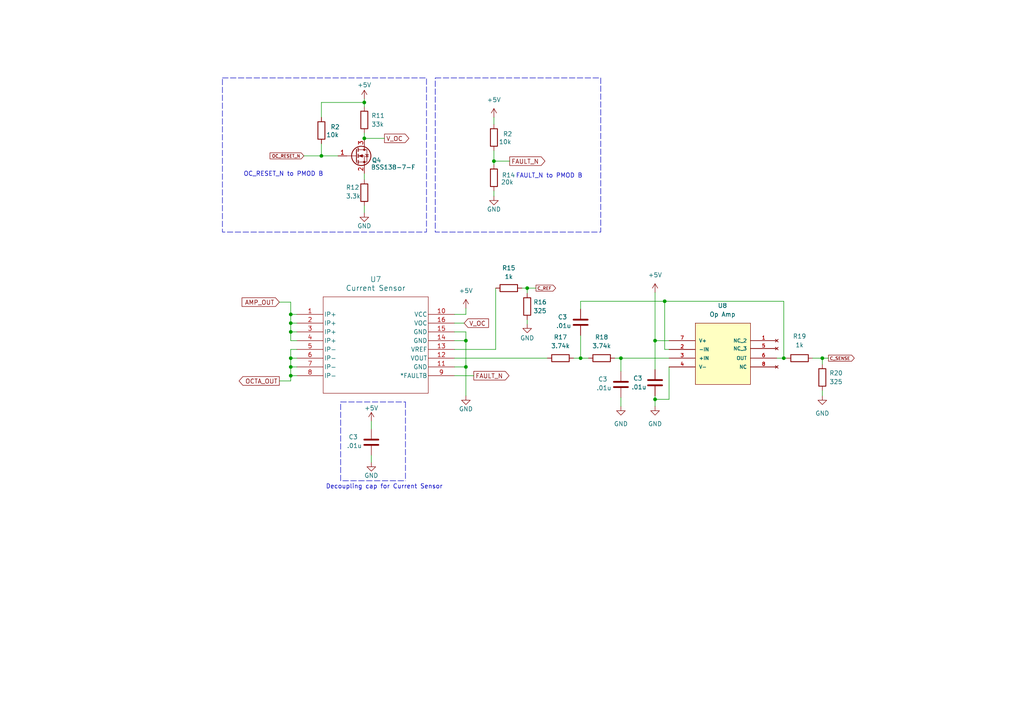
<source format=kicad_sch>
(kicad_sch (version 20230121) (generator eeschema)
  (paper "A4")
  (lib_symbols
    (symbol "2023-06-14_01-04-24:MCA1101-5-5" (pin_names (offset 0.254))
      (property "Reference" "U1" (at 22.86 10.16 0))
      (property "Value" "MCA1101-20-5" (at 22.86 7.62 0))
      (symbol "MCA1101-5-5_0_1"
        (polyline (pts (xy 7.62 -22.86) (xy 38.1 -22.86)) (stroke (width 0.127)))
        (polyline (pts (xy 7.62 5.08) (xy 7.62 -22.86)) (stroke (width 0.127)))
        (polyline (pts (xy 38.1 -22.86) (xy 38.1 5.08)) (stroke (width 0.127)))
        (polyline (pts (xy 38.1 5.08) (xy 7.62 5.08)) (stroke (width 0.127)))
        (pin unspecified line (at 0 0 0) (length 7.62) (name "IP+") (number "1"))
        (pin power_in line (at 45.72 0 180) (length 7.62) (name "VCC") (number "10"))
        (pin unspecified line (at 45.72 -12.7 180) (length 7.62) (name "VOUT") (number "12"))
        (pin unspecified line (at 45.72 -10.16 180) (length 7.62) (name "VREF") (number "13"))
        (pin input line (at 45.72 -2.54 180) (length 7.62) (name "VOC") (number "16"))
        (pin unspecified line (at 0 -2.54 0) (length 7.62) (name "IP+") (number "2"))
        (pin unspecified line (at 0 -5.08 0) (length 7.62) (name "IP+") (number "3"))
        (pin unspecified line (at 0 -7.62 0) (length 7.62) (name "IP+") (number "4"))
        (pin unspecified line (at 0 -10.16 0) (length 7.62) (name "IP-") (number "5"))
        (pin unspecified line (at 0 -12.7 0) (length 7.62) (name "IP-") (number "6"))
        (pin unspecified line (at 0 -15.24 0) (length 7.62) (name "IP-") (number "7"))
        (pin unspecified line (at 0 -17.78 0) (length 7.62) (name "IP-") (number "8"))
        (pin output line (at 45.72 -17.78 180) (length 7.62) (name "*FAULTB") (number "9"))
      )
      (symbol "MCA1101-5-5_1_1"
        (pin power_in line (at 45.72 -15.24 180) (length 7.62) (name "GND") (number "11"))
        (pin power_in line (at 45.72 -7.62 180) (length 7.62) (name "GND") (number "14"))
        (pin power_in line (at 45.72 -5.08 180) (length 7.62) (name "GND") (number "15"))
      )
    )
    (symbol "Device:C" (pin_numbers hide) (pin_names (offset 0.254))
      (property "Reference" "C" (at 0.635 2.54 0))
      (property "Value" "C" (at 0.635 -2.54 0))
      (symbol "C_0_1"
        (polyline (pts (xy -2.032 -0.762) (xy 2.032 -0.762)) (stroke (width 0.508)))
        (polyline (pts (xy -2.032 0.762) (xy 2.032 0.762)) (stroke (width 0.508)))
      )
      (symbol "C_1_1"
        (pin passive line (at 0 3.81 270) (length 2.794) (name "~") (number "1"))
        (pin passive line (at 0 -3.81 90) (length 2.794) (name "~") (number "2"))
      )
    )
    (symbol "Device:R" (pin_numbers hide) (pin_names (offset 0))
      (property "Reference" "R" (at 2.032 0 90))
      (property "Value" "R" (at 0 0 90))
      (symbol "R_0_1"
        (rectangle (start -1.016 -2.54) (end 1.016 2.54) (stroke (width 0.254)))
      )
      (symbol "R_1_1"
        (pin passive line (at 0 3.81 270) (length 1.27) (name "~") (number "1"))
        (pin passive line (at 0 -3.81 90) (length 1.27) (name "~") (number "2"))
      )
    )
    (symbol "LTC6240IS8_PBF:LTC6240IS8#PBF" (pin_names (offset 1.016))
      (property "Reference" "U4" (at 20.32 10.16 0))
      (property "Value" "LTC6240IS8#PBF" (at 20.32 7.62 0))
      (symbol "LTC6240IS8#PBF_0_0"
        (rectangle (start 12.446 5.08) (end 28.448 -12.7) (stroke (width 0.1524)) (fill (type background)))
        (pin no_connect line (at 36.068 0 180) (length 7.62) (name "NC_2") (number "1"))
        (pin input line (at 4.826 -2.54 0) (length 7.62) (name "-IN") (number "2"))
        (pin input line (at 4.826 -5.08 0) (length 7.62) (name "+IN") (number "3"))
        (pin power_in line (at 4.826 -7.62 0) (length 7.62) (name "V-") (number "4"))
        (pin no_connect line (at 36.068 -2.286 180) (length 7.62) (name "NC_3") (number "5"))
        (pin output line (at 36.068 -5.08 180) (length 7.62) (name "OUT") (number "6"))
        (pin power_in line (at 4.826 0 0) (length 7.62) (name "V+") (number "7"))
        (pin no_connect line (at 36.068 -7.62 180) (length 7.62) (name "NC") (number "8"))
      )
    )
    (symbol "Transistor_FET:BSS138" (pin_names hide)
      (property "Reference" "Q" (at 5.08 1.905 0))
      (property "Value" "BSS138" (at 5.08 0 0))
      (symbol "BSS138_0_1"
        (polyline (pts (xy 0.254 0) (xy -2.54 0)))
        (polyline (pts (xy 0.254 1.905) (xy 0.254 -1.905)) (stroke (width 0.254)))
        (polyline (pts (xy 0.762 -1.27) (xy 0.762 -2.286)) (stroke (width 0.254)))
        (polyline (pts (xy 0.762 0.508) (xy 0.762 -0.508)) (stroke (width 0.254)))
        (polyline (pts (xy 0.762 2.286) (xy 0.762 1.27)) (stroke (width 0.254)))
        (polyline (pts (xy 2.54 2.54) (xy 2.54 1.778)))
        (polyline (pts (xy 2.54 -2.54) (xy 2.54 0) (xy 0.762 0)))
        (polyline (pts (xy 0.762 -1.778) (xy 3.302 -1.778) (xy 3.302 1.778) (xy 0.762 1.778)))
        (polyline (pts (xy 1.016 0) (xy 2.032 0.381) (xy 2.032 -0.381) (xy 1.016 0)) (fill (type outline)))
        (polyline (pts (xy 2.794 0.508) (xy 2.921 0.381) (xy 3.683 0.381) (xy 3.81 0.254)))
        (polyline (pts (xy 3.302 0.381) (xy 2.921 -0.254) (xy 3.683 -0.254) (xy 3.302 0.381)))
        (circle (center 1.651 0) (radius 2.794) (stroke (width 0.254)))
        (circle (center 2.54 -1.778) (radius 0.254) (fill (type outline)))
        (circle (center 2.54 1.778) (radius 0.254) (fill (type outline)))
      )
      (symbol "BSS138_1_1"
        (pin input line (at -5.08 0 0) (length 2.54) (name "G") (number "1"))
        (pin passive line (at 2.54 -5.08 90) (length 2.54) (name "S") (number "2"))
        (pin passive line (at 2.54 5.08 270) (length 2.54) (name "D") (number "3"))
      )
    )
    (symbol "power:+5V" (power) (pin_names (offset 0))
      (property "Value" "+5V" (at 0 3.556 0))
      (symbol "+5V_0_1"
        (polyline (pts (xy -0.762 1.27) (xy 0 2.54)))
        (polyline (pts (xy 0 0) (xy 0 2.54)))
        (polyline (pts (xy 0 2.54) (xy 0.762 1.27)))
      )
      (symbol "+5V_1_1"
        (pin power_in line (at 0 0 90) (length 0) hide (name "+5V") (number "1"))
      )
    )
    (symbol "power:GND" (power) (pin_names (offset 0))
      (property "Value" "GND" (at 0 -3.81 0))
      (symbol "GND_0_1"
        (polyline (pts (xy 0 0) (xy 0 -1.27) (xy 1.27 -1.27) (xy 0 -2.54) (xy -1.27 -1.27) (xy 0 -1.27)))
      )
      (symbol "GND_1_1"
        (pin power_in line (at 0 0 270) (length 0) hide (name "GND") (number "1"))
      )
    )
  )
  (junction (at 105.664 40.132))
  (junction (at 84.328 91.186))
  (junction (at 84.328 108.966))
  (junction (at 227.33 103.886))
  (junction (at 84.328 93.726))
  (junction (at 192.786 87.376))
  (junction (at 105.664 29.718))
  (junction (at 152.908 83.566))
  (junction (at 84.328 96.266))
  (junction (at 180.086 103.886))
  (junction (at 84.328 103.886))
  (junction (at 135.128 106.426))
  (junction (at 143.256 46.736))
  (junction (at 84.328 106.426))
  (junction (at 189.992 98.806))
  (junction (at 238.506 103.886))
  (junction (at 189.992 115.824))
  (junction (at 168.402 103.886))
  (junction (at 93.218 45.212))
  (junction (at 135.128 98.806))
  (wire (pts (xy 189.992 114.808) (xy 189.992 115.824)))
  (wire (pts (xy 192.786 87.376) (xy 192.786 101.346)))
  (wire (pts (xy 131.826 108.966) (xy 137.414 108.966)))
  (wire (pts (xy 84.328 87.63) (xy 84.328 91.186)))
  (wire (pts (xy 84.328 96.266) (xy 84.328 98.806)))
  (wire (pts (xy 238.506 103.886) (xy 238.506 105.664)))
  (wire (pts (xy 81.026 110.49) (xy 84.328 110.49)))
  (wire (pts (xy 235.712 103.886) (xy 238.506 103.886)))
  (wire (pts (xy 84.328 98.806) (xy 86.106 98.806)))
  (wire (pts (xy 194.056 106.426) (xy 194.056 115.824)))
  (wire (pts (xy 189.992 98.806) (xy 189.992 107.188)))
  (wire (pts (xy 143.256 46.736) (xy 147.828 46.736)))
  (wire (pts (xy 86.106 101.346) (xy 84.328 101.346)))
  (wire (pts (xy 105.664 29.718) (xy 105.664 28.702)))
  (wire (pts (xy 152.908 83.566) (xy 155.448 83.566)))
  (wire (pts (xy 131.826 103.886) (xy 158.75 103.886)))
  (wire (pts (xy 180.086 103.886) (xy 180.086 107.696)))
  (wire (pts (xy 168.402 103.886) (xy 170.688 103.886)))
  (wire (pts (xy 84.328 101.346) (xy 84.328 103.886)))
  (wire (pts (xy 105.664 59.69) (xy 105.664 61.722)))
  (wire (pts (xy 84.328 108.966) (xy 84.328 110.49)))
  (wire (pts (xy 189.992 115.824) (xy 194.056 115.824)))
  (wire (pts (xy 84.328 91.186) (xy 84.328 93.726)))
  (polyline (pts (xy 98.806 116.586) (xy 117.602 116.586)) (stroke (width 0) (type dash)))
  (wire (pts (xy 84.328 103.886) (xy 84.328 106.426)))
  (wire (pts (xy 86.106 108.966) (xy 84.328 108.966)))
  (wire (pts (xy 143.256 46.736) (xy 143.256 47.752)))
  (polyline (pts (xy 98.806 139.446) (xy 98.806 116.586)) (stroke (width 0) (type dash)))
  (wire (pts (xy 93.218 41.656) (xy 93.218 45.212)))
  (wire (pts (xy 84.328 106.426) (xy 86.106 106.426)))
  (wire (pts (xy 189.992 115.824) (xy 189.992 117.856)))
  (wire (pts (xy 151.384 83.566) (xy 152.908 83.566)))
  (wire (pts (xy 134.62 93.726) (xy 131.826 93.726)))
  (wire (pts (xy 135.128 98.806) (xy 135.128 106.426)))
  (wire (pts (xy 194.056 101.346) (xy 192.786 101.346)))
  (wire (pts (xy 84.328 91.186) (xy 86.106 91.186)))
  (wire (pts (xy 84.328 106.426) (xy 84.328 108.966)))
  (wire (pts (xy 93.218 45.212) (xy 98.044 45.212)))
  (wire (pts (xy 227.33 87.376) (xy 227.33 103.886)))
  (wire (pts (xy 166.37 103.886) (xy 168.402 103.886)))
  (wire (pts (xy 152.908 83.566) (xy 152.908 85.09)))
  (wire (pts (xy 93.218 34.036) (xy 93.218 29.718)))
  (wire (pts (xy 178.308 103.886) (xy 180.086 103.886)))
  (wire (pts (xy 84.328 93.726) (xy 84.328 96.266)))
  (wire (pts (xy 189.992 84.836) (xy 189.992 98.806)))
  (wire (pts (xy 192.786 87.376) (xy 227.33 87.376)))
  (wire (pts (xy 135.128 106.426) (xy 135.128 114.808)))
  (wire (pts (xy 189.992 98.806) (xy 194.056 98.806)))
  (wire (pts (xy 131.826 106.426) (xy 135.128 106.426)))
  (wire (pts (xy 227.33 103.886) (xy 228.092 103.886)))
  (wire (pts (xy 180.086 115.316) (xy 180.086 117.856)))
  (wire (pts (xy 105.664 40.132) (xy 111.506 40.132)))
  (wire (pts (xy 168.402 87.376) (xy 192.786 87.376)))
  (wire (pts (xy 135.128 96.266) (xy 135.128 98.806)))
  (wire (pts (xy 84.328 103.886) (xy 86.106 103.886)))
  (wire (pts (xy 105.664 38.608) (xy 105.664 40.132)))
  (polyline (pts (xy 117.602 116.586) (xy 117.602 139.446)) (stroke (width 0) (type dash)))
  (wire (pts (xy 180.086 103.886) (xy 194.056 103.886)))
  (wire (pts (xy 135.128 89.408) (xy 135.128 91.186)))
  (wire (pts (xy 93.218 29.718) (xy 105.664 29.718)))
  (wire (pts (xy 107.696 132.08) (xy 107.696 134.112)))
  (wire (pts (xy 131.826 96.266) (xy 135.128 96.266)))
  (wire (pts (xy 107.696 122.174) (xy 107.696 124.46)))
  (wire (pts (xy 168.402 87.376) (xy 168.402 89.662)))
  (wire (pts (xy 143.256 43.688) (xy 143.256 46.736)))
  (wire (pts (xy 143.256 34.036) (xy 143.256 36.068)))
  (wire (pts (xy 131.826 91.186) (xy 135.128 91.186)))
  (wire (pts (xy 84.328 96.266) (xy 86.106 96.266)))
  (wire (pts (xy 143.256 55.372) (xy 143.256 56.896)))
  (wire (pts (xy 131.826 101.346) (xy 143.764 101.346)))
  (wire (pts (xy 81.026 87.63) (xy 84.328 87.63)))
  (wire (pts (xy 88.138 45.212) (xy 93.218 45.212)))
  (wire (pts (xy 84.328 93.726) (xy 86.106 93.726)))
  (wire (pts (xy 225.298 103.886) (xy 227.33 103.886)))
  (wire (pts (xy 238.506 103.886) (xy 240.284 103.886)))
  (polyline (pts (xy 117.094 139.446) (xy 98.806 139.446)) (stroke (width 0) (type dash)))
  (wire (pts (xy 238.506 113.284) (xy 238.506 114.808)))
  (wire (pts (xy 105.664 29.718) (xy 105.664 30.988)))
  (wire (pts (xy 143.764 101.346) (xy 143.764 83.566)))
  (wire (pts (xy 168.402 97.282) (xy 168.402 103.886)))
  (wire (pts (xy 131.826 98.806) (xy 135.128 98.806)))
  (wire (pts (xy 105.664 50.292) (xy 105.664 52.07)))
  (wire (pts (xy 152.908 92.71) (xy 152.908 93.98)))
  (rectangle (start 64.516 22.606) (end 123.698 67.31) (stroke (width 0) (type dash)))
  (rectangle (start 126.238 22.606) (end 174.244 67.31) (stroke (width 0) (type dash)))
  (text "Decoupling cap for Current Sensor\n\n" (at 94.488 144.018 0) (effects (font (size 1.27 1.27)) (justify left bottom)))
  (text "FAULT_N to PMOD B" (at 149.606 51.816 0) (effects (font (size 1.27 1.27)) (justify left bottom)))
  (text "OC_RESET_N to PMOD B" (at 70.612 51.308 0) (effects (font (size 1.27 1.27)) (justify left bottom)))
  (global_label "FAULT_N" (shape output) (at 137.414 108.966 0) (property "Intersheetrefs" "${INTERSHEET_REFS}" (effects hide)))
  (global_label "OC_RESET_N" (shape input) (at 88.138 45.212 180) (effects (font (size 0.889 0.889))) (property "Intersheetrefs" "${INTERSHEET_REFS}" (effects hide)))
  (global_label "V_OC" (shape input) (at 134.62 93.726 0) (property "Intersheetrefs" "${INTERSHEET_REFS}" (effects hide)))
  (global_label "C_REF" (shape output) (at 155.448 83.566 0) (effects (font (size 0.889 0.889))) (property "Intersheetrefs" "${INTERSHEET_REFS}" (effects hide)))
  (global_label "V_OC" (shape output) (at 111.506 40.132 0) (property "Intersheetrefs" "${INTERSHEET_REFS}" (effects hide)))
  (global_label "AMP_OUT" (shape input) (at 81.026 87.63 180) (property "Intersheetrefs" "${INTERSHEET_REFS}" (effects hide)))
  (global_label "FAULT_N" (shape output) (at 147.828 46.736 0) (property "Intersheetrefs" "${INTERSHEET_REFS}" (effects hide)))
  (global_label "C_SENSE" (shape output) (at 240.284 103.886 0) (effects (font (size 0.889 0.889))) (property "Intersheetrefs" "${INTERSHEET_REFS}" (effects hide)))
  (global_label "OCTA_OUT" (shape output) (at 81.026 110.49 180) (property "Intersheetrefs" "${INTERSHEET_REFS}" (effects hide)))
  (symbol (lib_id "power:GND") (at 189.992 117.856 0) (unit 1)
    (property "Reference" "#PWR047" (effects hide))
    (property "Value" "GND" (at 189.992 122.936 0))
    (instances (project "FullSchematic" (path "" (reference "#PWR047") (unit 1))) (project "Senior Design HMI Schematic R2 20230722_MB" (path "" (reference "#PWR014") (unit 1)) (path "" (reference "#PWR012") (unit 1))))
  )
  (symbol (lib_id "Device:R") (at 143.256 51.562 0) (unit 1)
    (property "Reference" "R14" (at 145.542 50.8 0) (effects (justify left)))
    (property "Value" "20k" (at 145.288 52.832 0) (effects (justify left)))
    (property "Footprint" "Resistor_SMD:R_1206_3216Metric" (effects hide))
    (property "SEL P/N" "255-2002" (effects hide))
    (property "MFG P/N" "RK73H2BTTD2002F" (effects hide))
    (instances (project "FullSchematic" (path "" (reference "R14") (unit 1))) (project "Senior Design HMI Schematic R2 20230722_MB" (path "" (reference "R21") (unit 1)) (path "" (reference "R13") (unit 1))))
  )
  (symbol (lib_id "power:GND") (at 238.506 114.808 0) (unit 1)
    (property "Reference" "#PWR048" (effects hide))
    (property "Value" "GND" (at 238.506 119.888 0))
    (instances (project "FullSchematic" (path "" (reference "#PWR048") (unit 1))) (project "Senior Design HMI Schematic R2 20230722_MB" (path "" (reference "#PWR015") (unit 1)) (path "" (reference "#PWR013") (unit 1))))
  )
  (symbol (lib_id "Device:R") (at 105.664 34.798 0) (unit 1)
    (property "Reference" "R11" (at 107.696 33.528 0) (effects (justify left)))
    (property "Value" "33k" (at 107.696 36.068 0) (effects (justify left)))
    (property "Footprint" "Resistor_SMD:R_0603_1608Metric" (effects hide))
    (property "SEL P/N" "462-33K0 " (effects hide))
    (property "MFG P/N" "RMCF0603JT33K0" (effects hide))
    (instances (project "FullSchematic" (path "" (reference "R11") (unit 1)) (path "" (reference "R11") (unit 1))) (project "Senior Design HMI Schematic R2 20230722_MB" (path "" (reference "R19") (unit 1)) (path "" (reference "R10") (unit 1))))
  )
  (symbol (lib_id "Transistor_FET:BSS138") (at 103.124 45.212 0) (unit 1)
    (property "Reference" "Q4" (at 109.22 46.482 0))
    (property "Value" "BSS138-7-F" (at 114.046 48.514 0))
    (property "Footprint" "Package_TO_SOT_SMD:SOT-23" (effects hide))
    (property "Datasheet" "https://www.onsemi.com/pub/Collateral/BSS138-D.PDF" (effects hide))
    (property "SEL P/N" "326-0338" (effects hide))
    (property "MFG P/N" "BSS138-7-F" (effects hide))
    (instances (project "FullSchematic" (path "" (reference "Q4") (unit 1)) (path "" (reference "Q2") (unit 1))) (project "Input Output Power" (path "" (reference "Q1") (unit 1))))
  )
  (symbol (lib_id "Device:R") (at 162.56 103.886 90) (unit 1)
    (property "Reference" "R17" (at 162.56 97.79 90))
    (property "Value" "3.74k" (at 162.56 100.33 90))
    (property "Footprint" "Resistor_SMD:R_0402_1005Metric" (effects hide))
    (property "SEL P/N" "463-3K74" (effects hide))
    (property "MFG P/N" "CRCW04023K74FKED" (effects hide))
    (instances (project "FullSchematic" (path "" (reference "R17") (unit 1))) (project "Senior Design HMI Schematic R2 20230722_MB" (path "" (reference "R12") (unit 1)) (path "" (reference "R15") (unit 1))))
  )
  (symbol (lib_id "LTC6240IS8_PBF:LTC6240IS8#PBF") (at 189.23 98.806 0) (unit 1)
    (property "Reference" "U8" (at 209.55 88.646 0))
    (property "Value" "Op Amp" (at 209.55 91.186 0))
    (property "Footprint" "CustomFootprints:LTC6240IS8TRMPBF" (effects hide))
    (property "SEL P/N" "151-0063" (effects hide))
    (property "MFG P/N" "LTC6240IS8#TRMPBF" (effects hide))
    (instances (project "FullSchematic" (path "" (reference "U8") (unit 1))) (project "Senior Design HMI Schematic R2 20230722_MB" (path "" (reference "U4") (unit 1)) (path "" (reference "U2") (unit 1))))
  )
  (symbol (lib_id "Device:C") (at 168.402 93.472 0) (unit 1)
    (property "Reference" "C3" (at 161.798 91.948 0) (effects (justify left)))
    (property "Value" ".01u" (at 161.29 94.488 0) (effects (justify left)))
    (property "Footprint" "Capacitor_SMD:C_0805_2012Metric" (effects hide))
    (property "SEL P/N" "406-0345" (effects hide))
    (property "MFG P/N" "C0805C103F5GACTU" (effects hide))
    (instances (project "FullSchematic" (path "" (reference "C3") (unit 1)) (path "" (reference "C20") (unit 1))) (project "Senior Design HMI Schematic R2 20230722_MB" (path "" (reference "C1") (unit 1)) (path "" (reference "C1") (unit 1))))
  )
  (symbol (lib_id "Device:R") (at 105.664 55.88 0) (unit 1)
    (property "Reference" "R12" (at 100.33 54.356 0) (effects (justify left)))
    (property "Value" "3.3k" (at 100.33 56.896 0) (effects (justify left)))
    (property "Footprint" "Resistor_SMD:R_1210_3225Metric" (effects hide))
    (property "SEL P/N" "461-0172" (effects hide))
    (property "MFG P/N" "CRCW12103K30FKEB" (effects hide))
    (instances (project "FullSchematic" (path "" (reference "R12") (unit 1))) (project "Senior Design HMI Schematic R2 20230722_MB" (path "" (reference "R20") (unit 1)) (path "" (reference "R11") (unit 1))))
  )
  (symbol (lib_id "Device:R") (at 174.498 103.886 90) (unit 1)
    (property "Reference" "R18" (at 174.498 97.79 90))
    (property "Value" "3.74k" (at 174.498 100.33 90))
    (property "Footprint" "Resistor_SMD:R_0402_1005Metric" (effects hide))
    (property "SEL P/N" "463-3K74" (effects hide))
    (property "MFG P/N" "CRCW04023K74FKED" (effects hide))
    (instances (project "FullSchematic" (path "" (reference "R18") (unit 1))) (project "Senior Design HMI Schematic R2 20230722_MB" (path "" (reference "R12") (unit 1)) (path "" (reference "R17") (unit 1))))
  )
  (symbol (lib_id "power:GND") (at 143.256 56.896 0) (unit 1)
    (property "Reference" "#PWR043" (effects hide))
    (property "Value" "GND" (at 143.256 60.706 0))
    (instances (project "FullSchematic" (path "" (reference "#PWR043") (unit 1))) (project "Senior Design HMI Schematic R2 20230722_MB" (path "" (reference "#PWR023") (unit 1)) (path "" (reference "#PWR019") (unit 1))))
  )
  (symbol (lib_id "2023-06-14_01-04-24:MCA1101-5-5") (at 86.106 91.186 0) (unit 1)
    (property "Reference" "U7" (at 108.966 81.026 0) (effects (font (size 1.524 1.524))))
    (property "Value" "Current Sensor" (at 108.966 83.566 0) (effects (font (size 1.524 1.524))))
    (property "Footprint" "CustomFootprints:MCA1101-20-5" (effects hide))
    (property "SEL P/N" "431-1300" (effects hide))
    (property "MFG P/N" "MCA1101-20-5" (effects hide))
    (instances (project "FullSchematic" (path "" (reference "U7") (unit 1))) (project "Senior Design HMI Schematic R2 20230722_MB" (path "" (reference "U2") (unit 1)) (path "" (reference "U1") (unit 1))))
  )
  (symbol (lib_id "Device:R") (at 143.256 39.878 0) (mirror y) (unit 1)
    (property "Reference" "R2" (at 148.59 38.862 0) (effects (justify left)))
    (property "Value" "10k" (at 148.336 41.148 0) (effects (justify left)))
    (property "Footprint" "Resistor_SMD:R_0201_0603Metric" (effects hide))
    (property "SEL P/N" "252-1002" (effects hide))
    (property "MFG P/N" "CRCW060310K0FKEB" (effects hide))
    (instances (project "FullSchematic" (path "" (reference "R2") (unit 1)) (path "" (reference "R13") (unit 1))) (project "Senior Design HMI Schematic R2 20230722_MB" (path "" (reference "R30") (unit 1)) (path "" (reference "R6") (unit 1))))
  )
  (symbol (lib_id "Device:C") (at 180.086 111.506 0) (unit 1)
    (property "Reference" "C3" (at 173.482 109.982 0) (effects (justify left)))
    (property "Value" ".01u" (at 172.974 112.522 0) (effects (justify left)))
    (property "Footprint" "Capacitor_SMD:C_0805_2012Metric" (effects hide))
    (property "SEL P/N" "406-0345" (effects hide))
    (property "MFG P/N" "C0805C103F5GACTU" (effects hide))
    (instances (project "FullSchematic" (path "" (reference "C3") (unit 1)) (path "" (reference "C21") (unit 1))) (project "Senior Design HMI Schematic R2 20230722_MB" (path "" (reference "C1") (unit 1)) (path "" (reference "C1") (unit 1))))
  )
  (symbol (lib_id "power:GND") (at 107.696 134.112 0) (unit 1)
    (property "Reference" "#PWR039" (effects hide))
    (property "Value" "GND" (at 107.696 137.922 0))
    (instances (project "FullSchematic" (path "" (reference "#PWR039") (unit 1))) (project "Senior Design HMI Schematic R2 20230722_MB" (path "" (reference "#PWR030") (unit 1)) (path "" (reference "#PWR04") (unit 1))))
  )
  (symbol (lib_id "Device:R") (at 231.902 103.886 90) (unit 1)
    (property "Reference" "R19" (at 231.902 97.536 90))
    (property "Value" "1k" (at 231.902 100.076 90))
    (property "Footprint" "Resistor_SMD:R_0603_1608Metric" (effects hide))
    (property "SEL P/N" "254-0034" (effects hide))
    (property "MFG P/N" "RN731JTTD1001F25" (effects hide))
    (instances (project "FullSchematic" (path "" (reference "R19") (unit 1))) (project "Senior Design HMI Schematic R2 20230722_MB" (path "" (reference "R15") (unit 1)) (path "" (reference "R18") (unit 1))))
  )
  (symbol (lib_id "power:+5V") (at 189.992 84.836 0) (unit 1)
    (property "Reference" "#PWR046" (effects hide))
    (property "Value" "+5V" (at 189.992 79.756 0))
    (instances (project "FullSchematic" (path "" (reference "#PWR046") (unit 1))) (project "Senior Design HMI Schematic R2 20230722_MB" (path "" (reference "#PWR013") (unit 1)) (path "" (reference "#PWR011") (unit 1))))
  )
  (symbol (lib_id "Device:C") (at 189.992 110.998 0) (unit 1)
    (property "Reference" "C3" (at 183.642 109.728 0) (effects (justify left)))
    (property "Value" ".01u" (at 183.134 112.268 0) (effects (justify left)))
    (property "Footprint" "Capacitor_SMD:C_0805_2012Metric" (effects hide))
    (property "SEL P/N" "406-0345" (effects hide))
    (property "MFG P/N" "C0805C103F5GACTU" (effects hide))
    (instances (project "FullSchematic" (path "" (reference "C3") (unit 1)) (path "" (reference "C22") (unit 1))) (project "Senior Design HMI Schematic R2 20230722_MB" (path "" (reference "C1") (unit 1)) (path "" (reference "C1") (unit 1))))
  )
  (symbol (lib_id "Device:R") (at 238.506 109.474 0) (unit 1)
    (property "Reference" "R20" (at 240.538 108.204 0) (effects (justify left)))
    (property "Value" "325" (at 240.538 110.744 0) (effects (justify left)))
    (property "Footprint" "Resistor_SMD:R_0402_1005Metric" (effects hide))
    (property "SEL P/N" "461-0334" (effects hide))
    (property "MFG P/N" "RNCF0402BTE324R" (effects hide))
    (instances (project "FullSchematic" (path "" (reference "R20") (unit 1))) (project "Senior Design HMI Schematic R2 20230722_MB" (path "" (reference "R14") (unit 1)) (path "" (reference "R19") (unit 1))))
  )
  (symbol (lib_id "power:GND") (at 180.086 117.856 0) (unit 1)
    (property "Reference" "#PWR045" (effects hide))
    (property "Value" "GND" (at 180.086 122.936 0))
    (instances (project "FullSchematic" (path "" (reference "#PWR045") (unit 1))) (project "Senior Design HMI Schematic R2 20230722_MB" (path "" (reference "#PWR011") (unit 1)) (path "" (reference "#PWR010") (unit 1))))
  )
  (symbol (lib_id "Device:C") (at 107.696 128.27 0) (unit 1)
    (property "Reference" "C3" (at 101.092 126.746 0) (effects (justify left)))
    (property "Value" ".01u" (at 100.584 129.286 0) (effects (justify left)))
    (property "Footprint" "Capacitor_SMD:C_0805_2012Metric" (effects hide))
    (property "SEL P/N" "406-0345" (effects hide))
    (property "MFG P/N" "C0805C103F5GACTU" (effects hide))
    (instances (project "FullSchematic" (path "" (reference "C3") (unit 1)) (path "" (reference "C19") (unit 1))) (project "Senior Design HMI Schematic R2 20230722_MB" (path "" (reference "C1") (unit 1)) (path "" (reference "C1") (unit 1))))
  )
  (symbol (lib_id "power:GND") (at 135.128 114.808 0) (unit 1)
    (property "Reference" "#PWR041" (effects hide))
    (property "Value" "GND" (at 135.128 118.618 0))
    (instances (project "FullSchematic" (path "" (reference "#PWR041") (unit 1))) (project "Senior Design HMI Schematic R2 20230722_MB" (path "" (reference "#PWR03") (unit 1)) (path "" (reference "#PWR07") (unit 1))))
  )
  (symbol (lib_id "Device:R") (at 147.574 83.566 90) (unit 1)
    (property "Reference" "R15" (at 147.574 77.724 90))
    (property "Value" "1k" (at 147.574 80.264 90))
    (property "Footprint" "Resistor_SMD:R_0603_1608Metric" (effects hide))
    (property "SEL P/N" "254-0034" (effects hide))
    (property "MFG P/N" "RN731JTTD1001F25" (effects hide))
    (instances (project "FullSchematic" (path "" (reference "R15") (unit 1))) (project "Senior Design HMI Schematic R2 20230722_MB" (path "" (reference "R17") (unit 1)) (path "" (reference "R14") (unit 1))))
  )
  (symbol (lib_id "power:+5V") (at 107.696 122.174 0) (unit 1)
    (property "Reference" "#PWR038" (effects hide))
    (property "Value" "+5V" (at 107.696 118.364 0))
    (instances (project "FullSchematic" (path "" (reference "#PWR038") (unit 1))) (project "Senior Design HMI Schematic R2 20230722_MB" (path "" (reference "#PWR029") (unit 1)) (path "" (reference "#PWR03") (unit 1))))
  )
  (symbol (lib_id "power:GND") (at 105.664 61.722 0) (unit 1)
    (property "Reference" "#PWR037" (effects hide))
    (property "Value" "GND" (at 105.664 65.532 0))
    (instances (project "FullSchematic" (path "" (reference "#PWR037") (unit 1))) (project "Senior Design HMI Schematic R2 20230722_MB" (path "" (reference "#PWR023") (unit 1)) (path "" (reference "#PWR06") (unit 1))))
  )
  (symbol (lib_id "power:+5V") (at 105.664 28.702 0) (unit 1)
    (property "Reference" "#PWR036" (effects hide))
    (property "Value" "+5V" (at 105.664 24.638 0))
    (instances (project "FullSchematic" (path "" (reference "#PWR036") (unit 1))) (project "Senior Design HMI Schematic R2 20230722_MB" (path "" (reference "#PWR022") (unit 1)) (path "" (reference "#PWR05") (unit 1))))
  )
  (symbol (lib_id "power:+5V") (at 143.256 34.036 0) (unit 1)
    (property "Reference" "#PWR042" (effects hide))
    (property "Value" "+5V" (at 143.256 28.956 0))
    (instances (project "FullSchematic" (path "" (reference "#PWR042") (unit 1))) (project "Senior Design HMI Schematic R2 20230722_MB" (path "" (reference "#PWR02") (unit 1)) (path "" (reference "#PWR020") (unit 1))))
  )
  (symbol (lib_id "Device:R") (at 93.218 37.846 0) (mirror y) (unit 1)
    (property "Reference" "R2" (at 98.552 36.83 0) (effects (justify left)))
    (property "Value" "10k" (at 98.298 39.116 0) (effects (justify left)))
    (property "Footprint" "Resistor_SMD:R_0201_0603Metric" (effects hide))
    (property "SEL P/N" "252-1002" (effects hide))
    (property "MFG P/N" "CRCW060310K0FKEB" (effects hide))
    (instances (project "FullSchematic" (path "" (reference "R2") (unit 1)) (path "" (reference "R10") (unit 1))) (project "Senior Design HMI Schematic R2 20230722_MB" (path "" (reference "R30") (unit 1)) (path "" (reference "R6") (unit 1))))
  )
  (symbol (lib_id "power:+5V") (at 135.128 89.408 0) (unit 1)
    (property "Reference" "#PWR040" (effects hide))
    (property "Value" "+5V" (at 135.128 84.328 0))
    (instances (project "FullSchematic" (path "" (reference "#PWR040") (unit 1))) (project "Senior Design HMI Schematic R2 20230722_MB" (path "" (reference "#PWR02") (unit 1)) (path "" (reference "#PWR08") (unit 1))))
  )
  (symbol (lib_id "power:GND") (at 152.908 93.98 0) (unit 1)
    (property "Reference" "#PWR044" (effects hide))
    (property "Value" "GND" (at 152.908 98.044 0))
    (instances (project "FullSchematic" (path "" (reference "#PWR044") (unit 1))) (project "Senior Design HMI Schematic R2 20230722_MB" (path "" (reference "#PWR016") (unit 1)) (path "" (reference "#PWR09") (unit 1))))
  )
  (symbol (lib_id "Device:R") (at 152.908 88.9 0) (unit 1)
    (property "Reference" "R16" (at 154.686 87.63 0) (effects (justify left)))
    (property "Value" "325" (at 154.686 90.17 0) (effects (justify left)))
    (property "Footprint" "Resistor_SMD:R_0402_1005Metric" (effects hide))
    (property "SEL P/N" "461-0334" (effects hide))
    (property "MFG P/N" "RNCF0402BTE324R" (effects hide))
  )
)
</source>
